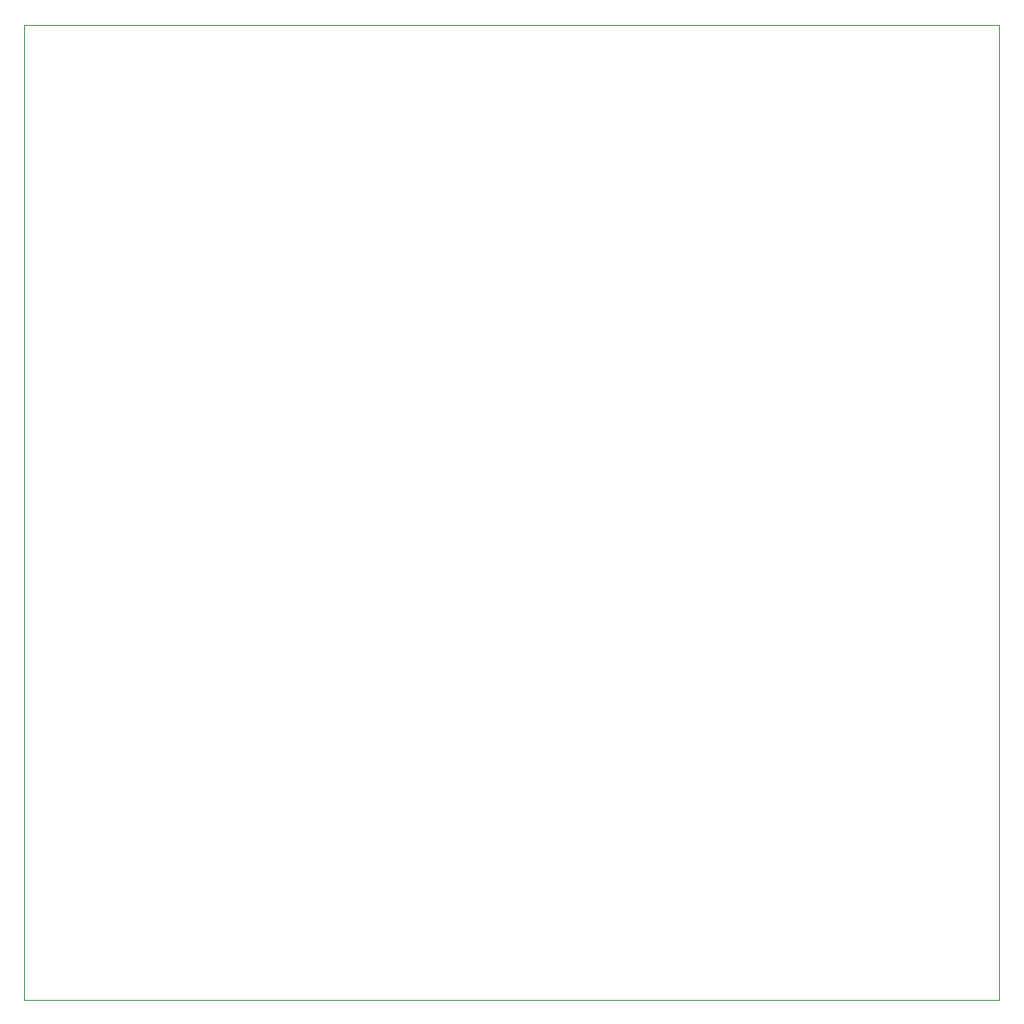
<source format=gbr>
%TF.GenerationSoftware,Altium Limited,Altium Designer,18.1.7 (191)*%
G04 Layer_Color=0*
%FSLAX43Y43*%
%MOMM*%
%TF.FileFunction,Profile,NP*%
%TF.Part,Single*%
G01*
G75*
%TA.AperFunction,Profile*%
%ADD44C,0.025*%
D44*
X0Y0D02*
X92456D01*
Y92456D01*
X0D01*
Y0D01*
%TF.MD5,7e6dbaf4df8a6f7b746ac0bbbc262de8*%
M02*

</source>
